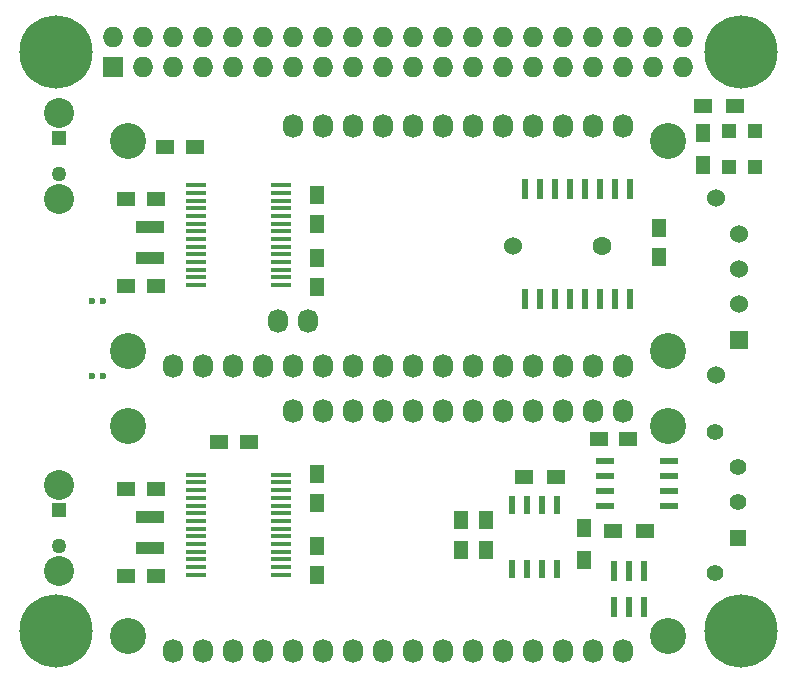
<source format=gts>
G04 #@! TF.GenerationSoftware,KiCad,Pcbnew,no-vcs-found-01f5a12~58~ubuntu16.04.1*
G04 #@! TF.CreationDate,2017-04-25T17:44:52-04:00*
G04 #@! TF.ProjectId,RPi_Hat,5250695F4861742E6B696361645F7063,rev?*
G04 #@! TF.FileFunction,Soldermask,Top*
G04 #@! TF.FilePolarity,Negative*
%FSLAX46Y46*%
G04 Gerber Fmt 4.6, Leading zero omitted, Abs format (unit mm)*
G04 Created by KiCad (PCBNEW no-vcs-found-01f5a12~58~ubuntu16.04.1) date Tue Apr 25 17:44:52 2017*
%MOMM*%
%LPD*%
G01*
G04 APERTURE LIST*
%ADD10C,0.100000*%
%ADD11C,1.397000*%
%ADD12R,1.397000X1.397000*%
%ADD13C,1.524000*%
%ADD14R,1.524000X1.524000*%
%ADD15C,2.540000*%
%ADD16R,1.270000X1.270000*%
%ADD17C,1.270000*%
%ADD18R,1.750000X0.450000*%
%ADD19R,1.550000X0.600000*%
%ADD20R,1.500000X1.250000*%
%ADD21O,1.727200X1.727200*%
%ADD22R,1.727200X1.727200*%
%ADD23C,3.048000*%
%ADD24O,1.727200X2.032000*%
%ADD25C,6.200000*%
%ADD26R,1.250000X1.500000*%
%ADD27R,1.500000X1.300000*%
%ADD28R,0.600000X1.550000*%
%ADD29C,1.600000*%
%ADD30R,2.400000X1.100000*%
%ADD31C,0.600000*%
%ADD32R,1.300000X1.500000*%
%ADD33R,0.530000X1.700000*%
%ADD34R,0.600000X1.800000*%
%ADD35R,1.200000X1.200000*%
G04 APERTURE END LIST*
D10*
D11*
X146990492Y-107732505D03*
X146990492Y-95743705D03*
X148946292Y-98740905D03*
X148946292Y-101738105D03*
D12*
X148946292Y-104735305D03*
D13*
X147066691Y-75982504D03*
X147066691Y-90968504D03*
X149022491Y-78979704D03*
X149022491Y-81976904D03*
X149022491Y-84974104D03*
D14*
X149022491Y-87971304D03*
D15*
X91465399Y-107530900D03*
X91465399Y-100241101D03*
D16*
X91465399Y-102400101D03*
D17*
X91465399Y-105397301D03*
D15*
X91465399Y-76034900D03*
X91465399Y-68745101D03*
D16*
X91465399Y-70904101D03*
D17*
X91465399Y-73901301D03*
D18*
X103080000Y-99407000D03*
X103080000Y-100057000D03*
X103080000Y-100707000D03*
X103080000Y-101357000D03*
X103080000Y-102007000D03*
X103080000Y-102657000D03*
X103080000Y-103307000D03*
X103080000Y-103957000D03*
X103080000Y-104607000D03*
X103080000Y-105257000D03*
X103080000Y-105907000D03*
X103080000Y-106557000D03*
X103080000Y-107207000D03*
X103080000Y-107857000D03*
X110280000Y-107857000D03*
X110280000Y-107207000D03*
X110280000Y-106557000D03*
X110280000Y-105907000D03*
X110280000Y-105257000D03*
X110280000Y-104607000D03*
X110280000Y-103957000D03*
X110280000Y-103307000D03*
X110280000Y-102657000D03*
X110280000Y-102007000D03*
X110280000Y-101357000D03*
X110280000Y-100707000D03*
X110280000Y-100057000D03*
X110280000Y-99407000D03*
D19*
X137676000Y-102037000D03*
X137676000Y-100767000D03*
X137676000Y-99497000D03*
X137676000Y-98227000D03*
X143076000Y-98227000D03*
X143076000Y-99497000D03*
X143076000Y-100767000D03*
X143076000Y-102037000D03*
D20*
X139680000Y-96393000D03*
X137180000Y-96393000D03*
D21*
X144310800Y-62369200D03*
X144310800Y-64909200D03*
X141770800Y-62369200D03*
X141770800Y-64909200D03*
X139230800Y-62369200D03*
X139230800Y-64909200D03*
X136690800Y-62369200D03*
X136690800Y-64909200D03*
X134150800Y-62369200D03*
X134150800Y-64909200D03*
X131610800Y-62369200D03*
X131610800Y-64909200D03*
X129070800Y-62369200D03*
X129070800Y-64909200D03*
X126530800Y-62369200D03*
X126530800Y-64909200D03*
X123990800Y-62369200D03*
X123990800Y-64909200D03*
X121450800Y-62369200D03*
X121450800Y-64909200D03*
X118910800Y-62369200D03*
X118910800Y-64909200D03*
X116370800Y-62369200D03*
X116370800Y-64909200D03*
X113830800Y-62369200D03*
X113830800Y-64909200D03*
X111290800Y-62369200D03*
X111290800Y-64909200D03*
X108750800Y-62369200D03*
X108750800Y-64909200D03*
X106210800Y-62369200D03*
X106210800Y-64909200D03*
X103670800Y-62369200D03*
X103670800Y-64909200D03*
X101130800Y-62369200D03*
X101130800Y-64909200D03*
X98590800Y-62369200D03*
X98590800Y-64909200D03*
X96050800Y-62369200D03*
D22*
X96050800Y-64909200D03*
D23*
X97282000Y-71120000D03*
X97282000Y-88900000D03*
X143002000Y-88900000D03*
X143002000Y-71120000D03*
D24*
X101092000Y-90170000D03*
X103632000Y-90170000D03*
X106172000Y-90170000D03*
X108712000Y-90170000D03*
X111252000Y-69850000D03*
X111252000Y-90170000D03*
X113792000Y-90170000D03*
X116332000Y-90170000D03*
X118872000Y-90170000D03*
X121412000Y-90170000D03*
X123952000Y-90170000D03*
X126492000Y-90170000D03*
X129032000Y-90170000D03*
X131572000Y-90170000D03*
X134112000Y-90170000D03*
X136652000Y-90170000D03*
X139192000Y-90170000D03*
X139192000Y-69850000D03*
X136652000Y-69850000D03*
X134112000Y-69850000D03*
X131572000Y-69850000D03*
X129032000Y-69850000D03*
X126492000Y-69850000D03*
X123952000Y-69850000D03*
X121412000Y-69850000D03*
X118872000Y-69850000D03*
X116332000Y-69850000D03*
X113792000Y-69850000D03*
X109990000Y-86370000D03*
X112530000Y-86370000D03*
X113792000Y-93980000D03*
X116332000Y-93980000D03*
X118872000Y-93980000D03*
X121412000Y-93980000D03*
X123952000Y-93980000D03*
X126492000Y-93980000D03*
X129032000Y-93980000D03*
X131572000Y-93980000D03*
X134112000Y-93980000D03*
X136652000Y-93980000D03*
X139192000Y-93980000D03*
X139192000Y-114300000D03*
X136652000Y-114300000D03*
X134112000Y-114300000D03*
X131572000Y-114300000D03*
X129032000Y-114300000D03*
X126492000Y-114300000D03*
X123952000Y-114300000D03*
X121412000Y-114300000D03*
X118872000Y-114300000D03*
X116332000Y-114300000D03*
X113792000Y-114300000D03*
X111252000Y-114300000D03*
X111252000Y-93980000D03*
X108712000Y-114300000D03*
X106172000Y-114300000D03*
X103632000Y-114300000D03*
X101092000Y-114300000D03*
D23*
X143002000Y-95250000D03*
X143002000Y-113030000D03*
X97282000Y-113030000D03*
X97282000Y-95250000D03*
D18*
X110280000Y-74896000D03*
X110280000Y-75546000D03*
X110280000Y-76196000D03*
X110280000Y-76846000D03*
X110280000Y-77496000D03*
X110280000Y-78146000D03*
X110280000Y-78796000D03*
X110280000Y-79446000D03*
X110280000Y-80096000D03*
X110280000Y-80746000D03*
X110280000Y-81396000D03*
X110280000Y-82046000D03*
X110280000Y-82696000D03*
X110280000Y-83346000D03*
X103080000Y-83346000D03*
X103080000Y-82696000D03*
X103080000Y-82046000D03*
X103080000Y-81396000D03*
X103080000Y-80746000D03*
X103080000Y-80096000D03*
X103080000Y-79446000D03*
X103080000Y-78796000D03*
X103080000Y-78146000D03*
X103080000Y-77496000D03*
X103080000Y-76846000D03*
X103080000Y-76196000D03*
X103080000Y-75546000D03*
X103080000Y-74896000D03*
D20*
X100477000Y-71628000D03*
X102977000Y-71628000D03*
D25*
X149180800Y-63639200D03*
X149180800Y-112639200D03*
X91180800Y-112639200D03*
X91180800Y-63639200D03*
D26*
X113284000Y-83546000D03*
X113284000Y-81046000D03*
X113284000Y-78212000D03*
X113284000Y-75712000D03*
D20*
X97175000Y-76073000D03*
X99675000Y-76073000D03*
X99675000Y-83439000D03*
X97175000Y-83439000D03*
X107549000Y-96647000D03*
X105049000Y-96647000D03*
D26*
X113284000Y-105430000D03*
X113284000Y-107930000D03*
X113284000Y-99334000D03*
X113284000Y-101834000D03*
D20*
X97175000Y-100584000D03*
X99675000Y-100584000D03*
X99675000Y-107950000D03*
X97175000Y-107950000D03*
D26*
X125476000Y-103271000D03*
X125476000Y-105771000D03*
X127635000Y-105771000D03*
X127635000Y-103271000D03*
D27*
X138350000Y-104203500D03*
X141050000Y-104203500D03*
D28*
X129794000Y-107348000D03*
X131064000Y-107348000D03*
X132334000Y-107348000D03*
X133604000Y-107348000D03*
X133604000Y-101948000D03*
X132334000Y-101948000D03*
X131064000Y-101948000D03*
X129794000Y-101948000D03*
D13*
X129913500Y-80010000D03*
D29*
X137413500Y-80010000D03*
D30*
X99187000Y-81056000D03*
X99187000Y-78456000D03*
X99187000Y-102967000D03*
X99187000Y-105567000D03*
D31*
X94234000Y-84709000D03*
X95234000Y-84709000D03*
X95234000Y-91059000D03*
X94234000Y-91059000D03*
D26*
X142240000Y-78506000D03*
X142240000Y-81006000D03*
D27*
X130857000Y-99568000D03*
X133557000Y-99568000D03*
D32*
X135890000Y-103933000D03*
X135890000Y-106633000D03*
D33*
X138430000Y-110618000D03*
X139700000Y-110618000D03*
X140970000Y-110618000D03*
X138430000Y-107568000D03*
X139700000Y-107568000D03*
X140970000Y-107568000D03*
D34*
X139827000Y-84533000D03*
X138557000Y-84533000D03*
X137287000Y-84533000D03*
X136017000Y-84533000D03*
X134747000Y-84533000D03*
X133477000Y-84533000D03*
X132207000Y-84533000D03*
X130937000Y-84533000D03*
X130937000Y-75233000D03*
X132207000Y-75233000D03*
X133477000Y-75233000D03*
X134747000Y-75233000D03*
X136017000Y-75233000D03*
X137287000Y-75233000D03*
X138557000Y-75233000D03*
X139827000Y-75233000D03*
D35*
X148188500Y-73342500D03*
X150388500Y-73342500D03*
X150388500Y-70294500D03*
X148188500Y-70294500D03*
D32*
X145986500Y-70468500D03*
X145986500Y-73168500D03*
D27*
X148691600Y-68199000D03*
X145991600Y-68199000D03*
M02*

</source>
